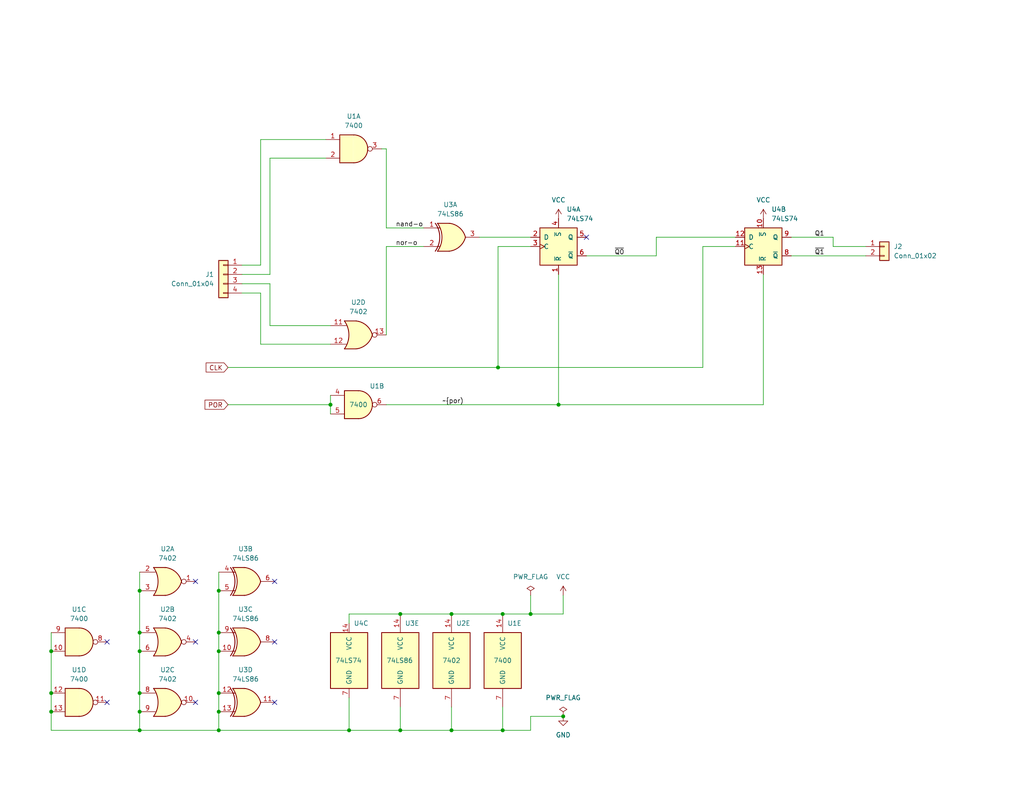
<source format=kicad_sch>
(kicad_sch (version 20231120) (generator "eeschema") (generator_version "8.0")
  (paper "USLetter")
  (title_block (title "Sample 2 for simulator") (rev "A") (company "Wholly Unnecessary Technologies (WUT)"))
  (lib_symbols
    (symbol "74xx:7400" (pin_names (offset 1.016))
      (property "Reference" "U" (at 0 1.27 0))
      (property "Value" "7400" (at 0 -1.27 0))
      (symbol "7400_1_1"
        (arc (start 0 -3.81) (mid 3.7934 0) (end 0 3.81) (stroke (width 0.254)) (fill (type background)))
        (polyline (pts (xy 0 3.81) (xy -3.81 3.81) (xy -3.81 -3.81) (xy 0 -3.81)) (stroke (width 0.254)) (fill (type background)))
        (pin input line (at -7.62 2.54 0) (length 3.81) (name "~") (number "1"))
        (pin input line (at -7.62 -2.54 0) (length 3.81) (name "~") (number "2"))
        (pin output inverted (at 7.62 0 180) (length 3.81) (name "~") (number "3"))
      )
      (symbol "7400_1_2"
        (arc (start -3.81 -3.81) (mid -2.589 0) (end -3.81 3.81) (stroke (width 0.254)))
        (arc (start -0.6096 -3.81) (mid 2.1842 -2.5851) (end 3.81 0) (stroke (width 0.254)) (fill (type background)))
        (polyline (pts (xy -3.81 -3.81) (xy -0.635 -3.81)) (stroke (width 0.254)) (fill (type background)))
        (polyline (pts (xy -3.81 3.81) (xy -0.635 3.81)) (stroke (width 0.254)) (fill (type background)))
        (polyline (pts (xy -0.635 3.81) (xy -3.81 3.81) (xy -3.81 3.81) (xy -3.556 3.4036) (xy -3.0226 2.2606) (xy -2.6924 1.0414) (xy -2.6162 -0.254) (xy -2.7686 -1.4986) (xy -3.175 -2.7178) (xy -3.81 -3.81) (xy -3.81 -3.81) (xy -0.635 -3.81)) (stroke (width -25.4)) (fill (type background)))
        (arc (start 3.81 0) (mid 2.1915 2.5936) (end -0.6096 3.81) (stroke (width 0.254)) (fill (type background)))
        (pin input inverted (at -7.62 2.54 0) (length 4.318) (name "~") (number "1"))
        (pin input inverted (at -7.62 -2.54 0) (length 4.318) (name "~") (number "2"))
        (pin output line (at 7.62 0 180) (length 3.81) (name "~") (number "3"))
      )
      (symbol "7400_2_1"
        (arc (start 0 -3.81) (mid 3.7934 0) (end 0 3.81) (stroke (width 0.254)) (fill (type background)))
        (polyline (pts (xy 0 3.81) (xy -3.81 3.81) (xy -3.81 -3.81) (xy 0 -3.81)) (stroke (width 0.254)) (fill (type background)))
        (pin input line (at -7.62 2.54 0) (length 3.81) (name "~") (number "4"))
        (pin input line (at -7.62 -2.54 0) (length 3.81) (name "~") (number "5"))
        (pin output inverted (at 7.62 0 180) (length 3.81) (name "~") (number "6"))
      )
      (symbol "7400_2_2"
        (arc (start -3.81 -3.81) (mid -2.589 0) (end -3.81 3.81) (stroke (width 0.254)))
        (arc (start -0.6096 -3.81) (mid 2.1842 -2.5851) (end 3.81 0) (stroke (width 0.254)) (fill (type background)))
        (polyline (pts (xy -3.81 -3.81) (xy -0.635 -3.81)) (stroke (width 0.254)) (fill (type background)))
        (polyline (pts (xy -3.81 3.81) (xy -0.635 3.81)) (stroke (width 0.254)) (fill (type background)))
        (polyline (pts (xy -0.635 3.81) (xy -3.81 3.81) (xy -3.81 3.81) (xy -3.556 3.4036) (xy -3.0226 2.2606) (xy -2.6924 1.0414) (xy -2.6162 -0.254) (xy -2.7686 -1.4986) (xy -3.175 -2.7178) (xy -3.81 -3.81) (xy -3.81 -3.81) (xy -0.635 -3.81)) (stroke (width -25.4)) (fill (type background)))
        (arc (start 3.81 0) (mid 2.1915 2.5936) (end -0.6096 3.81) (stroke (width 0.254)) (fill (type background)))
        (pin input inverted (at -7.62 2.54 0) (length 4.318) (name "~") (number "4"))
        (pin input inverted (at -7.62 -2.54 0) (length 4.318) (name "~") (number "5"))
        (pin output line (at 7.62 0 180) (length 3.81) (name "~") (number "6"))
      )
      (symbol "7400_3_1"
        (arc (start 0 -3.81) (mid 3.7934 0) (end 0 3.81) (stroke (width 0.254)) (fill (type background)))
        (polyline (pts (xy 0 3.81) (xy -3.81 3.81) (xy -3.81 -3.81) (xy 0 -3.81)) (stroke (width 0.254)) (fill (type background)))
        (pin input line (at -7.62 -2.54 0) (length 3.81) (name "~") (number "10"))
        (pin output inverted (at 7.62 0 180) (length 3.81) (name "~") (number "8"))
        (pin input line (at -7.62 2.54 0) (length 3.81) (name "~") (number "9"))
      )
      (symbol "7400_3_2"
        (arc (start -3.81 -3.81) (mid -2.589 0) (end -3.81 3.81) (stroke (width 0.254)))
        (arc (start -0.6096 -3.81) (mid 2.1842 -2.5851) (end 3.81 0) (stroke (width 0.254)) (fill (type background)))
        (polyline (pts (xy -3.81 -3.81) (xy -0.635 -3.81)) (stroke (width 0.254)) (fill (type background)))
        (polyline (pts (xy -3.81 3.81) (xy -0.635 3.81)) (stroke (width 0.254)) (fill (type background)))
        (polyline (pts (xy -0.635 3.81) (xy -3.81 3.81) (xy -3.81 3.81) (xy -3.556 3.4036) (xy -3.0226 2.2606) (xy -2.6924 1.0414) (xy -2.6162 -0.254) (xy -2.7686 -1.4986) (xy -3.175 -2.7178) (xy -3.81 -3.81) (xy -3.81 -3.81) (xy -0.635 -3.81)) (stroke (width -25.4)) (fill (type background)))
        (arc (start 3.81 0) (mid 2.1915 2.5936) (end -0.6096 3.81) (stroke (width 0.254)) (fill (type background)))
        (pin input inverted (at -7.62 -2.54 0) (length 4.318) (name "~") (number "10"))
        (pin output line (at 7.62 0 180) (length 3.81) (name "~") (number "8"))
        (pin input inverted (at -7.62 2.54 0) (length 4.318) (name "~") (number "9"))
      )
      (symbol "7400_4_1"
        (arc (start 0 -3.81) (mid 3.7934 0) (end 0 3.81) (stroke (width 0.254)) (fill (type background)))
        (polyline (pts (xy 0 3.81) (xy -3.81 3.81) (xy -3.81 -3.81) (xy 0 -3.81)) (stroke (width 0.254)) (fill (type background)))
        (pin output inverted (at 7.62 0 180) (length 3.81) (name "~") (number "11"))
        (pin input line (at -7.62 2.54 0) (length 3.81) (name "~") (number "12"))
        (pin input line (at -7.62 -2.54 0) (length 3.81) (name "~") (number "13"))
      )
      (symbol "7400_4_2"
        (arc (start -3.81 -3.81) (mid -2.589 0) (end -3.81 3.81) (stroke (width 0.254)))
        (arc (start -0.6096 -3.81) (mid 2.1842 -2.5851) (end 3.81 0) (stroke (width 0.254)) (fill (type background)))
        (polyline (pts (xy -3.81 -3.81) (xy -0.635 -3.81)) (stroke (width 0.254)) (fill (type background)))
        (polyline (pts (xy -3.81 3.81) (xy -0.635 3.81)) (stroke (width 0.254)) (fill (type background)))
        (polyline (pts (xy -0.635 3.81) (xy -3.81 3.81) (xy -3.81 3.81) (xy -3.556 3.4036) (xy -3.0226 2.2606) (xy -2.6924 1.0414) (xy -2.6162 -0.254) (xy -2.7686 -1.4986) (xy -3.175 -2.7178) (xy -3.81 -3.81) (xy -3.81 -3.81) (xy -0.635 -3.81)) (stroke (width -25.4)) (fill (type background)))
        (arc (start 3.81 0) (mid 2.1915 2.5936) (end -0.6096 3.81) (stroke (width 0.254)) (fill (type background)))
        (pin output line (at 7.62 0 180) (length 3.81) (name "~") (number "11"))
        (pin input inverted (at -7.62 2.54 0) (length 4.318) (name "~") (number "12"))
        (pin input inverted (at -7.62 -2.54 0) (length 4.318) (name "~") (number "13"))
      )
      (symbol "7400_5_0"
        (pin power_in line (at 0 12.7 270) (length 5.08) (name "VCC") (number "14"))
        (pin power_in line (at 0 -12.7 90) (length 5.08) (name "GND") (number "7"))
      )
      (symbol "7400_5_1"
        (rectangle (start -5.08 7.62) (end 5.08 -7.62) (stroke (width 0.254)) (fill (type background)))
      )
    )
    (symbol "74xx:7402" (pin_names (offset 1.016))
      (property "Reference" "U" (at 0 1.27 0))
      (property "Value" "7402" (at 0 -1.27 0))
      (symbol "7402_1_1"
        (arc (start -3.81 -3.81) (mid -2.589 0) (end -3.81 3.81) (stroke (width 0.254)))
        (arc (start -0.6096 -3.81) (mid 2.1842 -2.5851) (end 3.81 0) (stroke (width 0.254)) (fill (type background)))
        (polyline (pts (xy -3.81 -3.81) (xy -0.635 -3.81)) (stroke (width 0.254)) (fill (type background)))
        (polyline (pts (xy -3.81 3.81) (xy -0.635 3.81)) (stroke (width 0.254)) (fill (type background)))
        (polyline (pts (xy -0.635 3.81) (xy -3.81 3.81) (xy -3.81 3.81) (xy -3.556 3.4036) (xy -3.0226 2.2606) (xy -2.6924 1.0414) (xy -2.6162 -0.254) (xy -2.7686 -1.4986) (xy -3.175 -2.7178) (xy -3.81 -3.81) (xy -3.81 -3.81) (xy -0.635 -3.81)) (stroke (width -25.4)) (fill (type background)))
        (arc (start 3.81 0) (mid 2.1915 2.5936) (end -0.6096 3.81) (stroke (width 0.254)) (fill (type background)))
        (pin output inverted (at 7.62 0 180) (length 3.81) (name "~") (number "1"))
        (pin input line (at -7.62 2.54 0) (length 4.318) (name "~") (number "2"))
        (pin input line (at -7.62 -2.54 0) (length 4.318) (name "~") (number "3"))
      )
      (symbol "7402_1_2"
        (arc (start 0 -3.81) (mid 3.7934 0) (end 0 3.81) (stroke (width 0.254)) (fill (type background)))
        (polyline (pts (xy 0 3.81) (xy -3.81 3.81) (xy -3.81 -3.81) (xy 0 -3.81)) (stroke (width 0.254)) (fill (type background)))
        (pin output line (at 7.62 0 180) (length 3.81) (name "~") (number "1"))
        (pin input inverted (at -7.62 2.54 0) (length 3.81) (name "~") (number "2"))
        (pin input inverted (at -7.62 -2.54 0) (length 3.81) (name "~") (number "3"))
      )
      (symbol "7402_2_1"
        (arc (start -3.81 -3.81) (mid -2.589 0) (end -3.81 3.81) (stroke (width 0.254)))
        (arc (start -0.6096 -3.81) (mid 2.1842 -2.5851) (end 3.81 0) (stroke (width 0.254)) (fill (type background)))
        (polyline (pts (xy -3.81 -3.81) (xy -0.635 -3.81)) (stroke (width 0.254)) (fill (type background)))
        (polyline (pts (xy -3.81 3.81) (xy -0.635 3.81)) (stroke (width 0.254)) (fill (type background)))
        (polyline (pts (xy -0.635 3.81) (xy -3.81 3.81) (xy -3.81 3.81) (xy -3.556 3.4036) (xy -3.0226 2.2606) (xy -2.6924 1.0414) (xy -2.6162 -0.254) (xy -2.7686 -1.4986) (xy -3.175 -2.7178) (xy -3.81 -3.81) (xy -3.81 -3.81) (xy -0.635 -3.81)) (stroke (width -25.4)) (fill (type background)))
        (arc (start 3.81 0) (mid 2.1915 2.5936) (end -0.6096 3.81) (stroke (width 0.254)) (fill (type background)))
        (pin output inverted (at 7.62 0 180) (length 3.81) (name "~") (number "4"))
        (pin input line (at -7.62 2.54 0) (length 4.318) (name "~") (number "5"))
        (pin input line (at -7.62 -2.54 0) (length 4.318) (name "~") (number "6"))
      )
      (symbol "7402_2_2"
        (arc (start 0 -3.81) (mid 3.7934 0) (end 0 3.81) (stroke (width 0.254)) (fill (type background)))
        (polyline (pts (xy 0 3.81) (xy -3.81 3.81) (xy -3.81 -3.81) (xy 0 -3.81)) (stroke (width 0.254)) (fill (type background)))
        (pin output line (at 7.62 0 180) (length 3.81) (name "~") (number "4"))
        (pin input inverted (at -7.62 2.54 0) (length 3.81) (name "~") (number "5"))
        (pin input inverted (at -7.62 -2.54 0) (length 3.81) (name "~") (number "6"))
      )
      (symbol "7402_3_1"
        (arc (start -3.81 -3.81) (mid -2.589 0) (end -3.81 3.81) (stroke (width 0.254)))
        (arc (start -0.6096 -3.81) (mid 2.1842 -2.5851) (end 3.81 0) (stroke (width 0.254)) (fill (type background)))
        (polyline (pts (xy -3.81 -3.81) (xy -0.635 -3.81)) (stroke (width 0.254)) (fill (type background)))
        (polyline (pts (xy -3.81 3.81) (xy -0.635 3.81)) (stroke (width 0.254)) (fill (type background)))
        (polyline (pts (xy -0.635 3.81) (xy -3.81 3.81) (xy -3.81 3.81) (xy -3.556 3.4036) (xy -3.0226 2.2606) (xy -2.6924 1.0414) (xy -2.6162 -0.254) (xy -2.7686 -1.4986) (xy -3.175 -2.7178) (xy -3.81 -3.81) (xy -3.81 -3.81) (xy -0.635 -3.81)) (stroke (width -25.4)) (fill (type background)))
        (arc (start 3.81 0) (mid 2.1915 2.5936) (end -0.6096 3.81) (stroke (width 0.254)) (fill (type background)))
        (pin output inverted (at 7.62 0 180) (length 3.81) (name "~") (number "10"))
        (pin input line (at -7.62 2.54 0) (length 4.318) (name "~") (number "8"))
        (pin input line (at -7.62 -2.54 0) (length 4.318) (name "~") (number "9"))
      )
      (symbol "7402_3_2"
        (arc (start 0 -3.81) (mid 3.7934 0) (end 0 3.81) (stroke (width 0.254)) (fill (type background)))
        (polyline (pts (xy 0 3.81) (xy -3.81 3.81) (xy -3.81 -3.81) (xy 0 -3.81)) (stroke (width 0.254)) (fill (type background)))
        (pin output line (at 7.62 0 180) (length 3.81) (name "~") (number "10"))
        (pin input inverted (at -7.62 2.54 0) (length 3.81) (name "~") (number "8"))
        (pin input inverted (at -7.62 -2.54 0) (length 3.81) (name "~") (number "9"))
      )
      (symbol "7402_4_1"
        (arc (start -3.81 -3.81) (mid -2.589 0) (end -3.81 3.81) (stroke (width 0.254)))
        (arc (start -0.6096 -3.81) (mid 2.1842 -2.5851) (end 3.81 0) (stroke (width 0.254)) (fill (type background)))
        (polyline (pts (xy -3.81 -3.81) (xy -0.635 -3.81)) (stroke (width 0.254)) (fill (type background)))
        (polyline (pts (xy -3.81 3.81) (xy -0.635 3.81)) (stroke (width 0.254)) (fill (type background)))
        (polyline (pts (xy -0.635 3.81) (xy -3.81 3.81) (xy -3.81 3.81) (xy -3.556 3.4036) (xy -3.0226 2.2606) (xy -2.6924 1.0414) (xy -2.6162 -0.254) (xy -2.7686 -1.4986) (xy -3.175 -2.7178) (xy -3.81 -3.81) (xy -3.81 -3.81) (xy -0.635 -3.81)) (stroke (width -25.4)) (fill (type background)))
        (arc (start 3.81 0) (mid 2.1915 2.5936) (end -0.6096 3.81) (stroke (width 0.254)) (fill (type background)))
        (pin input line (at -7.62 2.54 0) (length 4.318) (name "~") (number "11"))
        (pin input line (at -7.62 -2.54 0) (length 4.318) (name "~") (number "12"))
        (pin output inverted (at 7.62 0 180) (length 3.81) (name "~") (number "13"))
      )
      (symbol "7402_4_2"
        (arc (start 0 -3.81) (mid 3.7934 0) (end 0 3.81) (stroke (width 0.254)) (fill (type background)))
        (polyline (pts (xy 0 3.81) (xy -3.81 3.81) (xy -3.81 -3.81) (xy 0 -3.81)) (stroke (width 0.254)) (fill (type background)))
        (pin input inverted (at -7.62 2.54 0) (length 3.81) (name "~") (number "11"))
        (pin input inverted (at -7.62 -2.54 0) (length 3.81) (name "~") (number "12"))
        (pin output line (at 7.62 0 180) (length 3.81) (name "~") (number "13"))
      )
      (symbol "7402_5_0"
        (pin power_in line (at 0 12.7 270) (length 5.08) (name "VCC") (number "14"))
        (pin power_in line (at 0 -12.7 90) (length 5.08) (name "GND") (number "7"))
      )
      (symbol "7402_5_1"
        (rectangle (start -5.08 7.62) (end 5.08 -7.62) (stroke (width 0.254)) (fill (type background)))
      )
    )
    (symbol "74xx:74LS74" (pin_names (offset 1.016))
      (property "Reference" "U" (at -7.62 8.89 0))
      (property "Value" "74LS74" (at -7.62 -8.89 0))
      (symbol "74LS74_1_0"
        (pin input line (at 0 -7.62 90) (length 2.54) (name "~{R}") (number "1"))
        (pin input line (at -7.62 2.54 0) (length 2.54) (name "D") (number "2"))
        (pin input clock (at -7.62 0 0) (length 2.54) (name "C") (number "3"))
        (pin input line (at 0 7.62 270) (length 2.54) (name "~{S}") (number "4"))
        (pin output line (at 7.62 2.54 180) (length 2.54) (name "Q") (number "5"))
        (pin output line (at 7.62 -2.54 180) (length 2.54) (name "~{Q}") (number "6"))
      )
      (symbol "74LS74_1_1"
        (rectangle (start -5.08 5.08) (end 5.08 -5.08) (stroke (width 0.254)) (fill (type background)))
      )
      (symbol "74LS74_2_0"
        (pin input line (at 0 7.62 270) (length 2.54) (name "~{S}") (number "10"))
        (pin input clock (at -7.62 0 0) (length 2.54) (name "C") (number "11"))
        (pin input line (at -7.62 2.54 0) (length 2.54) (name "D") (number "12"))
        (pin input line (at 0 -7.62 90) (length 2.54) (name "~{R}") (number "13"))
        (pin output line (at 7.62 -2.54 180) (length 2.54) (name "~{Q}") (number "8"))
        (pin output line (at 7.62 2.54 180) (length 2.54) (name "Q") (number "9"))
      )
      (symbol "74LS74_2_1"
        (rectangle (start -5.08 5.08) (end 5.08 -5.08) (stroke (width 0.254)) (fill (type background)))
      )
      (symbol "74LS74_3_0"
        (pin power_in line (at 0 10.16 270) (length 2.54) (name "VCC") (number "14"))
        (pin power_in line (at 0 -10.16 90) (length 2.54) (name "GND") (number "7"))
      )
      (symbol "74LS74_3_1"
        (rectangle (start -5.08 7.62) (end 5.08 -7.62) (stroke (width 0.254)) (fill (type background)))
      )
    )
    (symbol "74xx:74LS86" (pin_names (offset 1.016))
      (property "Reference" "U" (at 0 1.27 0))
      (property "Value" "74LS86" (at 0 -1.27 0))
      (symbol "74LS86_1_0"
        (arc (start -4.4196 -3.81) (mid -3.2033 0) (end -4.4196 3.81) (stroke (width 0.254)))
        (arc (start -3.81 -3.81) (mid -2.589 0) (end -3.81 3.81) (stroke (width 0.254)))
        (arc (start -0.6096 -3.81) (mid 2.1842 -2.5851) (end 3.81 0) (stroke (width 0.254)) (fill (type background)))
        (polyline (pts (xy -3.81 -3.81) (xy -0.635 -3.81)) (stroke (width 0.254)) (fill (type background)))
        (polyline (pts (xy -3.81 3.81) (xy -0.635 3.81)) (stroke (width 0.254)) (fill (type background)))
        (polyline (pts (xy -0.635 3.81) (xy -3.81 3.81) (xy -3.81 3.81) (xy -3.556 3.4036) (xy -3.0226 2.2606) (xy -2.6924 1.0414) (xy -2.6162 -0.254) (xy -2.7686 -1.4986) (xy -3.175 -2.7178) (xy -3.81 -3.81) (xy -3.81 -3.81) (xy -0.635 -3.81)) (stroke (width -25.4)) (fill (type background)))
        (arc (start 3.81 0) (mid 2.1915 2.5936) (end -0.6096 3.81) (stroke (width 0.254)) (fill (type background)))
        (pin input line (at -7.62 2.54 0) (length 4.445) (name "~") (number "1"))
        (pin input line (at -7.62 -2.54 0) (length 4.445) (name "~") (number "2"))
        (pin output line (at 7.62 0 180) (length 3.81) (name "~") (number "3"))
      )
      (symbol "74LS86_1_1"
        (polyline (pts (xy -3.81 -2.54) (xy -3.175 -2.54)) (stroke (width 0.1524)))
        (polyline (pts (xy -3.81 2.54) (xy -3.175 2.54)) (stroke (width 0.1524)))
      )
      (symbol "74LS86_2_0"
        (arc (start -4.4196 -3.81) (mid -3.2033 0) (end -4.4196 3.81) (stroke (width 0.254)))
        (arc (start -3.81 -3.81) (mid -2.589 0) (end -3.81 3.81) (stroke (width 0.254)))
        (arc (start -0.6096 -3.81) (mid 2.1842 -2.5851) (end 3.81 0) (stroke (width 0.254)) (fill (type background)))
        (polyline (pts (xy -3.81 -3.81) (xy -0.635 -3.81)) (stroke (width 0.254)) (fill (type background)))
        (polyline (pts (xy -3.81 3.81) (xy -0.635 3.81)) (stroke (width 0.254)) (fill (type background)))
        (polyline (pts (xy -0.635 3.81) (xy -3.81 3.81) (xy -3.81 3.81) (xy -3.556 3.4036) (xy -3.0226 2.2606) (xy -2.6924 1.0414) (xy -2.6162 -0.254) (xy -2.7686 -1.4986) (xy -3.175 -2.7178) (xy -3.81 -3.81) (xy -3.81 -3.81) (xy -0.635 -3.81)) (stroke (width -25.4)) (fill (type background)))
        (arc (start 3.81 0) (mid 2.1915 2.5936) (end -0.6096 3.81) (stroke (width 0.254)) (fill (type background)))
        (pin input line (at -7.62 2.54 0) (length 4.445) (name "~") (number "4"))
        (pin input line (at -7.62 -2.54 0) (length 4.445) (name "~") (number "5"))
        (pin output line (at 7.62 0 180) (length 3.81) (name "~") (number "6"))
      )
      (symbol "74LS86_2_1"
        (polyline (pts (xy -3.81 -2.54) (xy -3.175 -2.54)) (stroke (width 0.1524)))
        (polyline (pts (xy -3.81 2.54) (xy -3.175 2.54)) (stroke (width 0.1524)))
      )
      (symbol "74LS86_3_0"
        (arc (start -4.4196 -3.81) (mid -3.2033 0) (end -4.4196 3.81) (stroke (width 0.254)))
        (arc (start -3.81 -3.81) (mid -2.589 0) (end -3.81 3.81) (stroke (width 0.254)))
        (arc (start -0.6096 -3.81) (mid 2.1842 -2.5851) (end 3.81 0) (stroke (width 0.254)) (fill (type background)))
        (polyline (pts (xy -3.81 -3.81) (xy -0.635 -3.81)) (stroke (width 0.254)) (fill (type background)))
        (polyline (pts (xy -3.81 3.81) (xy -0.635 3.81)) (stroke (width 0.254)) (fill (type background)))
        (polyline (pts (xy -0.635 3.81) (xy -3.81 3.81) (xy -3.81 3.81) (xy -3.556 3.4036) (xy -3.0226 2.2606) (xy -2.6924 1.0414) (xy -2.6162 -0.254) (xy -2.7686 -1.4986) (xy -3.175 -2.7178) (xy -3.81 -3.81) (xy -3.81 -3.81) (xy -0.635 -3.81)) (stroke (width -25.4)) (fill (type background)))
        (arc (start 3.81 0) (mid 2.1915 2.5936) (end -0.6096 3.81) (stroke (width 0.254)) (fill (type background)))
        (pin input line (at -7.62 -2.54 0) (length 4.445) (name "~") (number "10"))
        (pin output line (at 7.62 0 180) (length 3.81) (name "~") (number "8"))
        (pin input line (at -7.62 2.54 0) (length 4.445) (name "~") (number "9"))
      )
      (symbol "74LS86_3_1"
        (polyline (pts (xy -3.81 -2.54) (xy -3.175 -2.54)) (stroke (width 0.1524)))
        (polyline (pts (xy -3.81 2.54) (xy -3.175 2.54)) (stroke (width 0.1524)))
      )
      (symbol "74LS86_4_0"
        (arc (start -4.4196 -3.81) (mid -3.2033 0) (end -4.4196 3.81) (stroke (width 0.254)))
        (arc (start -3.81 -3.81) (mid -2.589 0) (end -3.81 3.81) (stroke (width 0.254)))
        (arc (start -0.6096 -3.81) (mid 2.1842 -2.5851) (end 3.81 0) (stroke (width 0.254)) (fill (type background)))
        (polyline (pts (xy -3.81 -3.81) (xy -0.635 -3.81)) (stroke (width 0.254)) (fill (type background)))
        (polyline (pts (xy -3.81 3.81) (xy -0.635 3.81)) (stroke (width 0.254)) (fill (type background)))
        (polyline (pts (xy -0.635 3.81) (xy -3.81 3.81) (xy -3.81 3.81) (xy -3.556 3.4036) (xy -3.0226 2.2606) (xy -2.6924 1.0414) (xy -2.6162 -0.254) (xy -2.7686 -1.4986) (xy -3.175 -2.7178) (xy -3.81 -3.81) (xy -3.81 -3.81) (xy -0.635 -3.81)) (stroke (width -25.4)) (fill (type background)))
        (arc (start 3.81 0) (mid 2.1915 2.5936) (end -0.6096 3.81) (stroke (width 0.254)) (fill (type background)))
        (pin output line (at 7.62 0 180) (length 3.81) (name "~") (number "11"))
        (pin input line (at -7.62 2.54 0) (length 4.445) (name "~") (number "12"))
        (pin input line (at -7.62 -2.54 0) (length 4.445) (name "~") (number "13"))
      )
      (symbol "74LS86_4_1"
        (polyline (pts (xy -3.81 -2.54) (xy -3.175 -2.54)) (stroke (width 0.1524)))
        (polyline (pts (xy -3.81 2.54) (xy -3.175 2.54)) (stroke (width 0.1524)))
      )
      (symbol "74LS86_5_0"
        (pin power_in line (at 0 12.7 270) (length 5.08) (name "VCC") (number "14"))
        (pin power_in line (at 0 -12.7 90) (length 5.08) (name "GND") (number "7"))
      )
      (symbol "74LS86_5_1"
        (rectangle (start -5.08 7.62) (end 5.08 -7.62) (stroke (width 0.254)) (fill (type background)))
      )
    )
    (symbol "Connector_Generic:Conn_01x02" (pin_names (offset 1.016) hide)
      (property "Reference" "J" (at 0 2.54 0))
      (property "Value" "Conn_01x02" (at 0 -5.08 0))
      (symbol "Conn_01x02_1_1"
        (rectangle (start -1.27 -2.413) (end 0 -2.667) (stroke (width 0.1524)))
        (rectangle (start -1.27 0.127) (end 0 -0.127) (stroke (width 0.1524)))
        (rectangle (start -1.27 1.27) (end 1.27 -3.81) (stroke (width 0.254)) (fill (type background)))
        (pin passive line (at -5.08 0 0) (length 3.81) (name "Pin_1") (number "1"))
        (pin passive line (at -5.08 -2.54 0) (length 3.81) (name "Pin_2") (number "2"))
      )
    )
    (symbol "Connector_Generic:Conn_01x04" (pin_names (offset 1.016) hide)
      (property "Reference" "J" (at 0 5.08 0))
      (property "Value" "Conn_01x04" (at 0 -7.62 0))
      (symbol "Conn_01x04_1_1"
        (rectangle (start -1.27 -4.953) (end 0 -5.207) (stroke (width 0.1524)))
        (rectangle (start -1.27 -2.413) (end 0 -2.667) (stroke (width 0.1524)))
        (rectangle (start -1.27 0.127) (end 0 -0.127) (stroke (width 0.1524)))
        (rectangle (start -1.27 2.667) (end 0 2.413) (stroke (width 0.1524)))
        (rectangle (start -1.27 3.81) (end 1.27 -6.35) (stroke (width 0.254)) (fill (type background)))
        (pin passive line (at -5.08 2.54 0) (length 3.81) (name "Pin_1") (number "1"))
        (pin passive line (at -5.08 0 0) (length 3.81) (name "Pin_2") (number "2"))
        (pin passive line (at -5.08 -2.54 0) (length 3.81) (name "Pin_3") (number "3"))
        (pin passive line (at -5.08 -5.08 0) (length 3.81) (name "Pin_4") (number "4"))
      )
    )
    (symbol "power:GND" (power) (pin_numbers hide) (pin_names (offset 0) hide)
      (property "Value" "GND" (at 0 -3.81 0))
      (symbol "GND_0_1"
        (polyline (pts (xy 0 0) (xy 0 -1.27) (xy 1.27 -1.27) (xy 0 -2.54) (xy -1.27 -1.27) (xy 0 -1.27)))
      )
      (symbol "GND_1_1"
        (pin power_in line (at 0 0 270) (length 0) (name "~") (number "1"))
      )
    )
    (symbol "power:PWR_FLAG" (power) (pin_numbers hide) (pin_names (offset 0) hide)
      (property "Value" "PWR_FLAG" (at 0 3.81 0))
      (symbol "PWR_FLAG_0_0"
        (pin power_out line (at 0 0 90) (length 0) (name "~") (number "1"))
      )
      (symbol "PWR_FLAG_0_1"
        (polyline (pts (xy 0 0) (xy 0 1.27) (xy -1.016 1.905) (xy 0 2.54) (xy 1.016 1.905) (xy 0 1.27)))
      )
    )
    (symbol "power:VCC" (power) (pin_numbers hide) (pin_names (offset 0) hide)
      (property "Value" "VCC" (at 0 3.556 0))
      (symbol "VCC_0_1"
        (polyline (pts (xy -0.762 1.27) (xy 0 2.54)))
        (polyline (pts (xy 0 0) (xy 0 2.54)))
        (polyline (pts (xy 0 2.54) (xy 0.762 1.27)))
      )
      (symbol "VCC_1_1"
        (pin power_in line (at 0 0 90) (length 0) (name "~") (number "1"))
      )
    )
  )
  (junction (at 135.89 100.33))
  (junction (at 153.67 195.58))
  (junction (at 13.97 189.23))
  (junction (at 109.22 167.64))
  (junction (at 13.97 194.31))
  (junction (at 59.69 177.8))
  (junction (at 144.78 167.64))
  (junction (at 38.1 177.8))
  (junction (at 109.22 199.39))
  (junction (at 95.25 199.39))
  (junction (at 137.16 167.64))
  (junction (at 38.1 172.72))
  (junction (at 38.1 194.31))
  (junction (at 59.69 199.39))
  (junction (at 38.1 199.39))
  (junction (at 13.97 177.8))
  (junction (at 90.17 110.49))
  (junction (at 59.69 172.72))
  (junction (at 38.1 189.23))
  (junction (at 152.4 110.49))
  (junction (at 123.19 167.64))
  (junction (at 59.69 189.23))
  (junction (at 59.69 194.31))
  (junction (at 137.16 199.39))
  (junction (at 123.19 199.39))
  (junction (at 38.1 161.29))
  (junction (at 59.69 161.29))
  (no_connect (at 74.93 175.26))
  (no_connect (at 53.34 175.26))
  (no_connect (at 29.21 191.77))
  (no_connect (at 29.21 175.26))
  (no_connect (at 74.93 191.77))
  (no_connect (at 74.93 158.75))
  (no_connect (at 53.34 191.77))
  (no_connect (at 160.02 64.77))
  (no_connect (at 53.34 158.75))
  (wire (pts (xy 90.17 107.95) (xy 90.17 110.49)))
  (wire (pts (xy 38.1 177.8) (xy 38.1 189.23)))
  (wire (pts (xy 105.41 67.31) (xy 115.57 67.31)))
  (wire (pts (xy 135.89 67.31) (xy 144.78 67.31)))
  (wire (pts (xy 215.9 69.85) (xy 236.22 69.85)))
  (wire (pts (xy 13.97 177.8) (xy 13.97 189.23)))
  (wire (pts (xy 59.69 199.39) (xy 95.25 199.39)))
  (wire (pts (xy 95.25 199.39) (xy 109.22 199.39)))
  (wire (pts (xy 179.07 69.85) (xy 179.07 64.77)))
  (wire (pts (xy 152.4 110.49) (xy 208.28 110.49)))
  (wire (pts (xy 59.69 194.31) (xy 59.69 199.39)))
  (wire (pts (xy 144.78 195.58) (xy 153.67 195.58)))
  (wire (pts (xy 38.1 199.39) (xy 13.97 199.39)))
  (wire (pts (xy 95.25 167.64) (xy 109.22 167.64)))
  (wire (pts (xy 123.19 193.04) (xy 123.19 199.39)))
  (wire (pts (xy 95.25 190.5) (xy 95.25 199.39)))
  (wire (pts (xy 152.4 74.93) (xy 152.4 110.49)))
  (wire (pts (xy 59.69 161.29) (xy 59.69 172.72)))
  (wire (pts (xy 109.22 193.04) (xy 109.22 199.39)))
  (wire (pts (xy 135.89 100.33) (xy 191.77 100.33)))
  (wire (pts (xy 62.23 100.33) (xy 135.89 100.33)))
  (wire (pts (xy 191.77 67.31) (xy 191.77 100.33)))
  (wire (pts (xy 66.04 74.93) (xy 73.66 74.93)))
  (wire (pts (xy 137.16 199.39) (xy 137.16 193.04)))
  (wire (pts (xy 71.12 72.39) (xy 71.12 38.1)))
  (wire (pts (xy 105.41 62.23) (xy 115.57 62.23)))
  (wire (pts (xy 109.22 199.39) (xy 123.19 199.39)))
  (wire (pts (xy 13.97 194.31) (xy 13.97 199.39)))
  (wire (pts (xy 105.41 91.44) (xy 105.41 67.31)))
  (wire (pts (xy 95.25 170.18) (xy 95.25 167.64)))
  (wire (pts (xy 71.12 93.98) (xy 90.17 93.98)))
  (wire (pts (xy 144.78 162.56) (xy 144.78 167.64)))
  (wire (pts (xy 179.07 64.77) (xy 200.66 64.77)))
  (wire (pts (xy 208.28 74.93) (xy 208.28 110.49)))
  (wire (pts (xy 153.67 162.56) (xy 153.67 167.64)))
  (wire (pts (xy 66.04 80.01) (xy 71.12 80.01)))
  (wire (pts (xy 71.12 80.01) (xy 71.12 93.98)))
  (wire (pts (xy 38.1 161.29) (xy 38.1 172.72)))
  (wire (pts (xy 123.19 199.39) (xy 137.16 199.39)))
  (wire (pts (xy 227.33 67.31) (xy 236.22 67.31)))
  (wire (pts (xy 38.1 156.21) (xy 38.1 161.29)))
  (wire (pts (xy 130.81 64.77) (xy 144.78 64.77)))
  (wire (pts (xy 105.41 40.64) (xy 105.41 62.23)))
  (wire (pts (xy 38.1 172.72) (xy 38.1 177.8)))
  (wire (pts (xy 123.19 167.64) (xy 137.16 167.64)))
  (wire (pts (xy 71.12 38.1) (xy 88.9 38.1)))
  (wire (pts (xy 38.1 194.31) (xy 38.1 199.39)))
  (wire (pts (xy 66.04 77.47) (xy 73.66 77.47)))
  (wire (pts (xy 59.69 156.21) (xy 59.69 161.29)))
  (wire (pts (xy 137.16 199.39) (xy 144.78 199.39)))
  (wire (pts (xy 160.02 69.85) (xy 179.07 69.85)))
  (wire (pts (xy 153.67 167.64) (xy 144.78 167.64)))
  (wire (pts (xy 105.41 110.49) (xy 152.4 110.49)))
  (wire (pts (xy 73.66 88.9) (xy 90.17 88.9)))
  (wire (pts (xy 38.1 189.23) (xy 38.1 194.31)))
  (wire (pts (xy 59.69 172.72) (xy 59.69 177.8)))
  (wire (pts (xy 135.89 67.31) (xy 135.89 100.33)))
  (wire (pts (xy 73.66 43.18) (xy 88.9 43.18)))
  (wire (pts (xy 13.97 189.23) (xy 13.97 194.31)))
  (wire (pts (xy 66.04 72.39) (xy 71.12 72.39)))
  (wire (pts (xy 215.9 64.77) (xy 227.33 64.77)))
  (wire (pts (xy 191.77 67.31) (xy 200.66 67.31)))
  (wire (pts (xy 73.66 74.93) (xy 73.66 43.18)))
  (wire (pts (xy 144.78 167.64) (xy 137.16 167.64)))
  (wire (pts (xy 227.33 64.77) (xy 227.33 67.31)))
  (wire (pts (xy 13.97 172.72) (xy 13.97 177.8)))
  (wire (pts (xy 59.69 177.8) (xy 59.69 189.23)))
  (wire (pts (xy 62.23 110.49) (xy 90.17 110.49)))
  (wire (pts (xy 90.17 110.49) (xy 90.17 113.03)))
  (wire (pts (xy 144.78 195.58) (xy 144.78 199.39)))
  (wire (pts (xy 104.14 40.64) (xy 105.41 40.64)))
  (wire (pts (xy 109.22 167.64) (xy 123.19 167.64)))
  (wire (pts (xy 59.69 189.23) (xy 59.69 194.31)))
  (wire (pts (xy 73.66 77.47) (xy 73.66 88.9)))
  (wire (pts (xy 59.69 199.39) (xy 38.1 199.39)))
  (label "~{por)" (at 120.65 110.49 0))
  (label "~{Q0}" (at 167.64 69.85 0))
  (label "~{Q1}" (at 222.25 69.85 0))
  (label "nor-o" (at 107.95 67.31 0))
  (label "Q1" (at 222.25 64.77 0))
  (label "nand-o" (at 107.95 62.23 0))
  (global_label "POR" (shape input) (at 62.23 110.49 180) (property "Intersheetrefs" "${INTERSHEET_REFS}" (effects (hide yes))))
  (global_label "CLK" (shape input) (at 62.23 100.33 180) (property "Intersheetrefs" "${INTERSHEET_REFS}" (effects (hide yes))))
  (symbol (lib_id "74xx:74LS86") (at 67.31 191.77 0) (unit 4)
    (property "Reference" "U3" (at 67.0052 182.88 0))
    (property "Value" "74LS86" (at 67.0052 185.42 0))
    (property "Datasheet" "74xx/74ls86.pdf" (effects (hide yes)))
    (property "Description" "Quad 2-input XOR" (effects (hide yes)))
  )
  (symbol (lib_id "74xx:7402") (at 97.79 91.44 0) (unit 4)
    (property "Reference" "U2" (at 97.79 82.55 0))
    (property "Value" "7402" (at 97.79 85.09 0))
    (property "Datasheet" "http://www.ti.com/lit/gpn/sn7402" (effects (hide yes)))
    (property "Description" "quad 2-input NOR gate" (effects (hide yes)))
  )
  (symbol (lib_id "74xx:74LS74") (at 152.4 67.31 0) (unit 1)
    (property "Reference" "U4" (at 154.5941 57.15 0) (effects (justify left)))
    (property "Value" "74LS74" (at 154.5941 59.69 0) (effects (justify left)))
    (property "Datasheet" "74xx/74hc_hct74.pdf" (effects (hide yes)))
    (property "Description" "Dual D Flip-flop, Set & Reset" (effects (hide yes)))
  )
  (symbol (lib_id "74xx:74LS86") (at 109.22 180.34 0) (unit 5)
    (property "Reference" "U3" (at 110.49 170.18 0) (effects (justify left)))
    (property "Value" "74LS86" (at 105.41 180.34 0) (effects (justify left)))
    (property "Datasheet" "74xx/74ls86.pdf" (effects (hide yes)))
    (property "Description" "Quad 2-input XOR" (effects (hide yes)))
  )
  (symbol (lib_id "power:VCC") (at 208.28 59.69 0) (unit 1)
    (property "Reference" "#PWR04" (effects (hide yes)))
    (property "Value" "VCC" (at 208.28 54.61 0))
    (property "Description" "Power symbol creates a global label with name \"VCC\"" (effects (hide yes)))
  )
  (symbol (lib_id "74xx:7400") (at 21.59 191.77 0) (unit 4)
    (property "Reference" "U1" (at 21.5817 182.88 0))
    (property "Value" "7400" (at 21.5817 185.42 0))
    (property "Datasheet" "http://www.ti.com/lit/gpn/sn7400" (effects (hide yes)))
    (property "Description" "quad 2-input NAND gate" (effects (hide yes)))
  )
  (symbol (lib_id "74xx:74LS86") (at 67.31 175.26 0) (unit 3)
    (property "Reference" "U3" (at 67.0052 166.37 0))
    (property "Value" "74LS86" (at 67.0052 168.91 0))
    (property "Datasheet" "74xx/74ls86.pdf" (effects (hide yes)))
    (property "Description" "Quad 2-input XOR" (effects (hide yes)))
  )
  (symbol (lib_id "74xx:74LS86") (at 67.31 158.75 0) (unit 2)
    (property "Reference" "U3" (at 67.0052 149.86 0))
    (property "Value" "74LS86" (at 67.0052 152.4 0))
    (property "Datasheet" "74xx/74ls86.pdf" (effects (hide yes)))
    (property "Description" "Quad 2-input XOR" (effects (hide yes)))
  )
  (symbol (lib_id "74xx:74LS86") (at 123.19 64.77 0) (unit 1)
    (property "Reference" "U3" (at 122.8852 55.88 0))
    (property "Value" "74LS86" (at 122.8852 58.42 0))
    (property "Datasheet" "74xx/74ls86.pdf" (effects (hide yes)))
    (property "Description" "Quad 2-input XOR" (effects (hide yes)))
  )
  (symbol (lib_id "power:VCC") (at 153.67 162.56 0) (unit 1)
    (property "Reference" "#PWR02" (effects (hide yes)))
    (property "Value" "VCC" (at 153.67 157.48 0))
    (property "Description" "Power symbol creates a global label with name \"VCC\"" (effects (hide yes)))
  )
  (symbol (lib_id "Connector_Generic:Conn_01x04") (at 60.96 74.93 0) (mirror y) (unit 1)
    (property "Reference" "J1" (at 58.42 74.9299 0) (effects (justify left)))
    (property "Value" "Conn_01x04" (at 58.42 77.4699 0) (effects (justify left)))
    (property "Description" "Generic connector, single row, 01x04, script generated (kicad-library-utils/schlib/autogen/connector/)" (effects (hide yes)))
  )
  (symbol (lib_id "74xx:7402") (at 45.72 191.77 0) (unit 3)
    (property "Reference" "U2" (at 45.72 182.88 0))
    (property "Value" "7402" (at 45.72 185.42 0))
    (property "Datasheet" "http://www.ti.com/lit/gpn/sn7402" (effects (hide yes)))
    (property "Description" "quad 2-input NOR gate" (effects (hide yes)))
  )
  (symbol (lib_id "Connector_Generic:Conn_01x02") (at 241.3 67.31 0) (unit 1)
    (property "Reference" "J2" (at 243.84 67.3099 0) (effects (justify left)))
    (property "Value" "Conn_01x02" (at 243.84 69.8499 0) (effects (justify left)))
    (property "Description" "Generic connector, single row, 01x02, script generated (kicad-library-utils/schlib/autogen/connector/)" (effects (hide yes)))
  )
  (symbol (lib_id "power:VCC") (at 152.4 59.69 0) (unit 1)
    (property "Reference" "#PWR03" (effects (hide yes)))
    (property "Value" "VCC" (at 152.4 54.61 0))
    (property "Description" "Power symbol creates a global label with name \"VCC\"" (effects (hide yes)))
  )
  (symbol (lib_id "power:PWR_FLAG") (at 153.67 195.58 0) (unit 1)
    (property "Reference" "#FLG02" (effects (hide yes)))
    (property "Value" "PWR_FLAG" (at 153.67 190.5 0))
    (property "Description" "Special symbol for telling ERC where power comes from" (effects (hide yes)))
  )
  (symbol (lib_id "74xx:7400") (at 97.79 110.49 0) (unit 2)
    (property "Reference" "U1" (at 102.87 105.41 0))
    (property "Value" "7400" (at 97.79 110.49 0))
    (property "Datasheet" "http://www.ti.com/lit/gpn/sn7400" (effects (hide yes)))
    (property "Description" "quad 2-input NAND gate" (effects (hide yes)))
  )
  (symbol (lib_id "74xx:7400") (at 21.59 175.26 0) (unit 3)
    (property "Reference" "U1" (at 21.5817 166.37 0))
    (property "Value" "7400" (at 21.5817 168.91 0))
    (property "Datasheet" "http://www.ti.com/lit/gpn/sn7400" (effects (hide yes)))
    (property "Description" "quad 2-input NAND gate" (effects (hide yes)))
  )
  (symbol (lib_id "74xx:7400") (at 96.52 40.64 0) (unit 1)
    (property "Reference" "U1" (at 96.5117 31.75 0))
    (property "Value" "7400" (at 96.5117 34.29 0))
    (property "Datasheet" "http://www.ti.com/lit/gpn/sn7400" (effects (hide yes)))
    (property "Description" "quad 2-input NAND gate" (effects (hide yes)))
  )
  (symbol (lib_id "74xx:7402") (at 45.72 175.26 0) (unit 2)
    (property "Reference" "U2" (at 45.72 166.37 0))
    (property "Value" "7402" (at 45.72 168.91 0))
    (property "Datasheet" "http://www.ti.com/lit/gpn/sn7402" (effects (hide yes)))
    (property "Description" "quad 2-input NOR gate" (effects (hide yes)))
  )
  (symbol (lib_id "74xx:7402") (at 45.72 158.75 0) (unit 1)
    (property "Reference" "U2" (at 45.72 149.86 0))
    (property "Value" "7402" (at 45.72 152.4 0))
    (property "Datasheet" "http://www.ti.com/lit/gpn/sn7402" (effects (hide yes)))
    (property "Description" "quad 2-input NOR gate" (effects (hide yes)))
  )
  (symbol (lib_id "74xx:74LS74") (at 95.25 180.34 0) (unit 3)
    (property "Reference" "U4" (at 96.52 170.18 0) (effects (justify left)))
    (property "Value" "74LS74" (at 91.44 180.34 0) (effects (justify left)))
    (property "Datasheet" "74xx/74hc_hct74.pdf" (effects (hide yes)))
    (property "Description" "Dual D Flip-flop, Set & Reset" (effects (hide yes)))
  )
  (symbol (lib_id "74xx:7400") (at 137.16 180.34 0) (unit 5)
    (property "Reference" "U1" (at 138.43 170.18 0) (effects (justify left)))
    (property "Value" "7400" (at 134.62 180.34 0) (effects (justify left)))
    (property "Datasheet" "http://www.ti.com/lit/gpn/sn7400" (effects (hide yes)))
    (property "Description" "quad 2-input NAND gate" (effects (hide yes)))
  )
  (symbol (lib_id "74xx:7402") (at 123.19 180.34 0) (unit 5)
    (property "Reference" "U2" (at 124.46 170.18 0) (effects (justify left)))
    (property "Value" "7402" (at 120.65 180.34 0) (effects (justify left)))
    (property "Datasheet" "http://www.ti.com/lit/gpn/sn7402" (effects (hide yes)))
    (property "Description" "quad 2-input NOR gate" (effects (hide yes)))
  )
  (symbol (lib_id "power:GND") (at 153.67 195.58 0) (unit 1)
    (property "Reference" "#PWR01" (effects (hide yes)))
    (property "Value" "GND" (at 153.67 200.66 0))
    (property "Description" "Power symbol creates a global label with name \"GND\" , ground" (effects (hide yes)))
  )
  (symbol (lib_id "74xx:74LS74") (at 208.28 67.31 0) (unit 2)
    (property "Reference" "U4" (at 210.4741 57.15 0) (effects (justify left)))
    (property "Value" "74LS74" (at 210.4741 59.69 0) (effects (justify left)))
    (property "Datasheet" "74xx/74hc_hct74.pdf" (effects (hide yes)))
    (property "Description" "Dual D Flip-flop, Set & Reset" (effects (hide yes)))
  )
  (symbol (lib_id "power:PWR_FLAG") (at 144.78 162.56 0) (unit 1)
    (property "Reference" "#FLG01" (effects (hide yes)))
    (property "Value" "PWR_FLAG" (at 144.78 157.48 0))
    (property "Description" "Special symbol for telling ERC where power comes from" (effects (hide yes)))
  )
)
</source>
